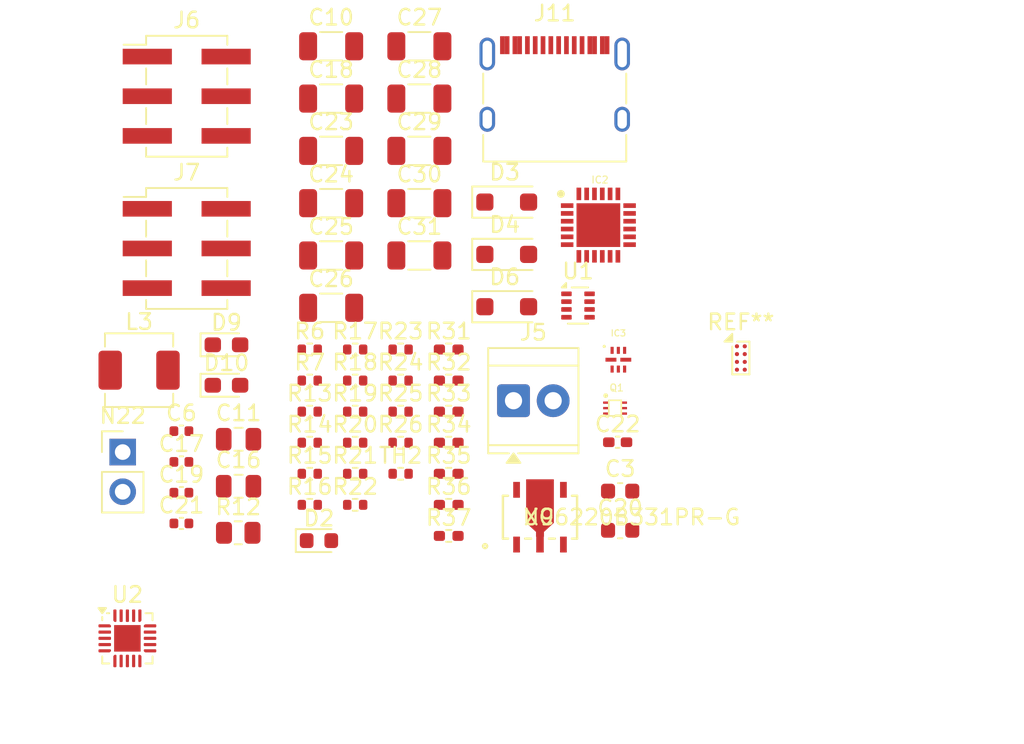
<source format=kicad_pcb>
(kicad_pcb (version 20241229) (generator "pcbnew") (generator_version "9.0")
  (layers (0 "F.Cu" signal) (2 "B.Cu" signal) (13 "F.Paste" user) (15 "B.Paste" user) (5 "F.SilkS" user "F.Silkscreen") (7 "B.SilkS" user "B.Silkscreen") (1 "F.Mask" user) (3 "B.Mask" user) (25 "Edge.Cuts" user))
  (net 0 "")
  (net 1 "Net-(U5-SS)")
  (net 2 "GND")
  (net 3 "/Power/TPS_BOOT")
  (net 4 "/Power/TPS_SW")
  (net 5 "/Power/VBUS")
  (net 6 "+5V")
  (net 7 "/Power/VBUS_SW")
  (net 8 "/Power/IFB")
  (net 9 "/Power/V5V")
  (net 10 "/Power/V18")
  (net 11 "Net-(U10-SS)")
  (net 12 "+3.3V")
  (net 13 "Net-(C28-Pad1)")
  (net 14 "/Power/Logic_Voltage")
  (net 15 "Net-(IC2-DVDT)")
  (net 16 "Net-(D2-A)")
  (net 17 "Net-(D9-A)")
  (net 18 "Net-(IC3-CT)")
  (net 19 "Net-(D10-K)")
  (net 20 "Net-(D10-A)")
  (net 21 "Net-(IC2-~{SHDN})")
  (net 22 "Net-(IC2-ILIM)")
  (net 23 "Net-(IC2-IMON)")
  (net 24 "Net-(IC3-PG)")
  (net 25 "Net-(IC3-ON)")
  (net 26 "Net-(IC2-OVP)")
  (net 33 "Net-(Q1-G1)")
  (net 35 "Net-(IC2-MODE)")
  (net 37 "Net-(IC2-UVLO)")
  (net 44 "VCC")
  (net 45 "/Power/Rail_2")
  (net 46 "/Power/Rail_1")
  (net 47 "/Power/USB_P")
  (net 48 "/Power/CC2")
  (net 49 "/Power/USB_N")
  (net 50 "/Power/CC1")
  (net 51 "SDA 1")
  (net 52 "SCL 1")
  (net 53 "/Power/Measured_VBUS")
  (net 54 "/Power/TPS_FB")
  (net 55 "Net-(U1-ST)")
  (net 56 "/Power/PD_LED")
  (net 57 "Net-(U8-VOUT)")
  (net 58 "Net-(U10-OV2)")
  (net 59 "Net-(U10-OV1)")
  (net 60 "VDD")
  (net 61 "Net-(U10-ILIM)")
  (net 62 "/Power/NTC")
  (net 66 "Net-(U2-GND-Pad21)")
  (footprint "TerminalBlock_TE-Connectivity:TerminalBlock_TE_282834-2_1x02_P2.54mm_Horizontal" (layer "F.Cu") (at 146.64 104.395)
    (property "Reference" "J5" (at 1.27 -4.37 0) (layer "F.SilkS"))
    (property "Value" "Conn_01x02_Pin")
    (pad "1" thru_hole roundrect (at 0 0) (size 2.1 2.1) (drill 1.1) (layers "*.Cu" "*.Mask") (roundrect_rratio 0.119048) (net 2 "GND"))
    (pad "2" thru_hole circle (at 2.54 0) (size 2.1 2.1) (drill 1.1) (layers "*.Cu" "*.Mask") (net 44 "VCC"))
  )
  (footprint "Capacitor_SMD:C_0805_2012Metric" (layer "F.Cu") (at 129.03 106.865)
    (property "Reference" "C11" (at 0 -1.68 0) (layer "F.SilkS"))
    (property "Value" "22u")
    (pad "1" smd roundrect (at -0.95 0) (size 1 1.45) (layers "F.Cu" "F.Mask" "F.Paste") (net 6 "+5V"))
    (pad "2" smd roundrect (at 0.95 0) (size 1 1.45) (layers "F.Cu" "F.Mask" "F.Paste") (net 2 "GND"))
  )
  (footprint "Capacitor_SMD:C_1206_3216Metric" (layer "F.Cu") (at 134.96 95.095)
    (property "Reference" "C25" (at 0 -1.85 0) (layer "F.SilkS"))
    (property "Value" "10uF")
    (pad "1" smd roundrect (at -1.475 0) (size 1.15 1.8) (layers "F.Cu" "F.Mask" "F.Paste") (roundrect_rratio 0.217391) (net 2 "GND"))
    (pad "2" smd roundrect (at 1.475 0) (size 1.15 1.8) (layers "F.Cu" "F.Mask" "F.Paste") (roundrect_rratio 0.217391) (net 6 "+5V"))
  )
  (footprint "Resistor_SMD:R_0402_1005Metric" (layer "F.Cu") (at 133.59 105.095)
    (property "Reference" "R13" (at 0 -1.17 0) (layer "F.SilkS"))
    (property "Value" "10k")
    (pad "1" smd roundrect (at -0.51 0) (size 0.54 0.64) (layers "F.Cu" "F.Mask" "F.Paste") (net 54 "/Power/TPS_FB"))
    (pad "2" smd roundrect (at 0.51 0) (size 0.54 0.64) (layers "F.Cu" "F.Mask" "F.Paste") (net 2 "GND"))
  )
  (footprint "Resistor_SMD:R_0402_1005Metric" (layer "F.Cu") (at 139.41 105.095)
    (property "Reference" "R25" (at 0 -1.17 0) (layer "F.SilkS"))
    (property "Value" "10k")
    (pad "1" smd roundrect (at -0.51 0) (size 0.54 0.64) (layers "F.Cu" "F.Mask" "F.Paste") (net 33 "Net-(Q1-G1)"))
    (pad "2" smd roundrect (at 0.51 0) (size 0.54 0.64) (layers "F.Cu" "F.Mask" "F.Paste") (net 2 "GND"))
  )
  (footprint "Resistor_SMD:R_0402_1005Metric" (layer "F.Cu") (at 136.5 107.085)
    (property "Reference" "R20" (at 0 -1.17 0) (layer "F.SilkS"))
    (property "Value" "27R")
    (pad "1" smd roundrect (at -0.51 0) (size 0.54 0.64) (layers "F.Cu" "F.Mask" "F.Paste") (net 57 "Net-(U8-VOUT)"))
    (pad "2" smd roundrect (at 0.51 0) (size 0.54 0.64) (layers "F.Cu" "F.Mask" "F.Paste") (net 7 "/Power/VBUS_SW"))
  )
  (footprint "Resistor_SMD:R_0402_1005Metric" (layer "F.Cu") (at 139.41 101.115)
    (property "Reference" "R23" (at 0 -1.17 0) (layer "F.SilkS"))
    (property "Value" "10k")
    (pad "1" smd roundrect (at -0.51 0) (size 0.54 0.64) (layers "F.Cu" "F.Mask" "F.Paste") (net 21 "Net-(IC2-~{SHDN})"))
    (pad "2" smd roundrect (at 0.51 0) (size 0.54 0.64) (layers "F.Cu" "F.Mask" "F.Paste") (net 2 "GND"))
  )
  (footprint "Capacitor_SMD:C_1206_3216Metric" (layer "F.Cu") (at 140.61 91.745)
    (property "Reference" "C30" (at 0 -1.85 0) (layer "F.SilkS"))
    (property "Value" "1uF")
    (pad "1" smd roundrect (at -1.475 0) (size 1.15 1.8) (layers "F.Cu" "F.Mask" "F.Paste") (roundrect_rratio 0.217391) (net 2 "GND"))
    (pad "2" smd roundrect (at 1.475 0) (size 1.15 1.8) (layers "F.Cu" "F.Mask" "F.Paste") (roundrect_rratio 0.217391) (net 14 "/Power/Logic_Voltage"))
  )
  (footprint "Resistor_SMD:R_0402_1005Metric" (layer "F.Cu") (at 133.59 109.075)
    (property "Reference" "R15" (at 0 -1.17 0) (layer "F.SilkS"))
    (property "Value" "10k")
    (pad "1" smd roundrect (at -0.51 0) (size 0.54 0.64) (layers "F.Cu" "F.Mask" "F.Paste") (net 55 "Net-(U1-ST)"))
    (pad "2" smd roundrect (at 0.51 0) (size 0.54 0.64) (layers "F.Cu" "F.Mask" "F.Paste") (net 6 "+5V"))
  )
  (footprint "TPS22992S:TPS22992SRXNR" (layer "F.Cu") (at 153.355 101.77)
    (property "Reference" "IC3" (at 0 -1.7 0) (layer "F.SilkS") (effects (font (size 0.4 0.4) (thickness 0.07) (bold yes))))
    (property "Value" "TPS22992SRXNR" (hide yes))
    (pad "1" smd rect (at -0.4 -0.6) (size 0.2 0.45) (layers "F.Cu" "F.Mask" "F.Paste") (net 14 "/Power/Logic_Voltage"))
    (pad "2" smd rect (at -0.475 0 90) (size 0.25 0.7) (layers "F.Cu" "F.Mask" "F.Paste") (net 14 "/Power/Logic_Voltage"))
    (pad "3" smd rect (at -0.4 0.6) (size 0.2 0.45) (layers "F.Cu" "F.Mask" "F.Paste") (net 24 "Net-(IC3-PG)"))
    (pad "4" smd rect (at 0 0.6) (size 0.2 0.45) (layers "F.Cu" "F.Mask" "F.Paste") (net 2 "GND"))
    (pad "5" smd rect (at 0.4 0.6) (size 0.2 0.45) (layers "F.Cu" "F.Mask" "F.Paste") (net 45 "/Power/Rail_2"))
    (pad "6" smd rect (at 0.475 0 90) (size 0.25 0.7) (layers "F.Cu" "F.Mask" "F.Paste") (net 45 "/Power/Rail_2"))
    (pad "7" smd rect (at 0.4 -0.6) (size 0.2 0.45) (layers "F.Cu" "F.Mask" "F.Paste") (net 18 "Net-(IC3-CT)"))
    (pad "8" smd rect (at 0 -0.6) (size 0.2 0.45) (layers "F.Cu" "F.Mask" "F.Paste") (net 25 "Net-(IC3-ON)"))
  )
  (footprint "Resistor_SMD:R_0402_1005Metric" (layer "F.Cu") (at 136.5 103.105)
    (property "Reference" "R18" (at 0 -1.17 0) (layer "F.SilkS"))
    (property "Value" "5.1k")
    (pad "1" smd roundrect (at -0.51 0) (size 0.54 0.64) (layers "F.Cu" "F.Mask" "F.Paste") (net 56 "/Power/PD_LED"))
    (pad "2" smd roundrect (at 0.51 0) (size 0.54 0.64) (layers "F.Cu" "F.Mask" "F.Paste") (net 16 "Net-(D2-A)"))
  )
  (footprint "Package_DFN_QFN:VQFN-20-1EP_3x3mm_P0.4mm_EP1.7x1.7mm" (layer "F.Cu") (at 121.91 119.615)
    (property "Reference" "U2" (at 0 -2.8 0) (layer "F.SilkS"))
    (property "Value" "ATtiny1616-M")
    (pad "1" smd custom (at -1.45 -0.8) (size 0.143431 0.143431) (layers "F.Cu" "F.Mask" "F.Paste") (options (clearance outline) (anchor circle)) (primitives (gr_poly (pts (xy -0.35 -0.05) (xy 0.299289 -0.05) (xy 0.35 0.000711) (xy 0.35 0.05) (xy -0.35 0.05)) (width 0.1) (fill yes))))
    (pad "2" smd roundrect (at -1.45 -0.4) (size 0.8 0.2) (layers "F.Cu" "F.Mask" "F.Paste"))
    (pad "3" smd roundrect (at -1.45 0) (size 0.8 0.2) (layers "F.Cu" "F.Mask" "F.Paste") (net 66 "Net-(U2-GND-Pad21)"))
    (pad "4" smd roundrect (at -1.45 0.4) (size 0.8 0.2) (layers "F.Cu" "F.Mask" "F.Paste"))
    (pad "5" smd custom (at -1.45 0.8) (size 0.143431 0.143431) (layers "F.Cu" "F.Mask" "F.Paste") (options (clearance outline) (anchor circle)) (primitives (gr_poly (pts (xy -0.35 -0.05) (xy 0.35 -0.05) (xy 0.35 -0.000711) (xy 0.299289 0.05) (xy -0.35 0.05)) (width 0.1) (fill yes))))
    (pad "6" smd custom (at -0.8 1.45) (size 0.143431 0.143431) (layers "F.Cu" "F.Mask" "F.Paste") (options (clearance outline) (anchor circle)) (primitives (gr_poly (pts (xy -0.05 -0.299289) (xy 0.000711 -0.35) (xy 0.05 -0.35) (xy 0.05 0.35) (xy -0.05 0.35)) (width 0.1) (fill yes))))
    (pad "7" smd roundrect (at -0.4 1.45) (size 0.2 0.8) (layers "F.Cu" "F.Mask" "F.Paste"))
    (pad "8" smd roundrect (at 0 1.45) (size 0.2 0.8) (layers "F.Cu" "F.Mask" "F.Paste"))
    (pad "9" smd roundrect (at 0.4 1.45) (size 0.2 0.8) (layers "F.Cu" "F.Mask" "F.Paste"))
    (pad "10" smd custom (at 0.8 1.45) (size 0.143431 0.143431) (layers "F.Cu" "F.Mask" "F.Paste") (options (clearance outline) (anchor circle)) (primitives (gr_poly (pts (xy -0.05 -0.35) (xy -0.000711 -0.35) (xy 0.05 -0.299289) (xy 0.05 0.35) (xy -0.05 0.35)) (width 0.1) (fill yes))))
    (pad "11" smd custom (at 1.45 0.8) (size 0.143431 0.143431) (layers "F.Cu" "F.Mask" "F.Paste") (options (clearance outline) (anchor circle)) (primitives (gr_poly (pts (xy -0.35 -0.05) (xy 0.35 -0.05) (xy 0.35 0.05) (xy -0.299289 0.05) (xy -0.35 -0.000711)) (width 0.1) (fill yes))))
    (pad "12" smd roundrect (at 1.45 0.4) (size 0.8 0.2) (layers "F.Cu" "F.Mask" "F.Paste"))
    (pad "13" smd roundrect (at 1.45 0) (size 0.8 0.2) (layers "F.Cu" "F.Mask" "F.Paste"))
    (pad "14" smd roundrect (at 1.45 -0.4) (size 0.8 0.2) (layers "F.Cu" "F.Mask" "F.Paste"))
    (pad "15" smd custom (at 1.45 -0.8) (size 0.143431 0.143431) (layers "F.Cu" "F.Mask" "F.Paste") (options (clearance outline) (anchor circle)) (primitives (gr_poly (pts (xy -0.35 0.000711) (xy -0.299289 -0.05) (xy 0.35 -0.05) (xy 0.35 0.05) (xy -0.35 0.05)) (width 0.1) (fill yes))))
    (pad "16" smd custom (at 0.8 -1.45) (size 0.143431 0.143431) (layers "F.Cu" "F.Mask" "F.Paste") (options (clearance outline) (anchor circle)) (primitives (gr_poly (pts (xy -0.05 -0.35) (xy 0.05 -0.35) (xy 0.05 0.299289) (xy -0.000711 0.35) (xy -0.05 0.35)) (width 0.1) (fill yes))))
    (pad "17" smd roundrect (at 0.4 -1.45) (size 0.2 0.8) (layers "F.Cu" "F.Mask" "F.Paste"))
    (pad "18" smd roundrect (at 0 -1.45) (size 0.2 0.8) (layers "F.Cu" "F.Mask" "F.Paste"))
    (pad "19" smd roundrect (at -0.4 -1.45) (size 0.2 0.8) (layers "F.Cu" "F.Mask" "F.Paste"))
    (pad "20" smd custom (at -0.8 -1.45) (size 0.143431 0.143431) (layers "F.Cu" "F.Mask" "F.Paste") (options (clearance outline) (anchor circle)) (primitives (gr_poly (pts (xy -0.05 -0.35) (xy 0.05 -0.35) (xy 0.05 0.35) (xy 0.000711 0.35) (xy -0.05 0.299289)) (width 0.1) (fill yes))))
    (pad "21" smd rect (at 0 0) (size 1.7 1.7) (property pad_prop_heatsink) (layers "F.Cu" "F.Mask") (net 66 "Net-(U2-GND-Pad21)"))
  )
  (footprint "Resistor_SMD:R_0402_1005Metric" (layer "F.Cu") (at 136.5 101.115)
    (property "Reference" "R17" (at 0 -1.17 0) (layer "F.SilkS"))
    (property "Value" "150k")
    (pad "1" smd roundrect (at -0.51 0) (size 0.54 0.64) (layers "F.Cu" "F.Mask" "F.Paste") (net 26 "Net-(IC2-OVP)"))
    (pad "2" smd roundrect (at 0.51 0) (size 0.54 0.64) (layers "F.Cu" "F.Mask" "F.Paste") (net 37 "Net-(IC2-UVLO)"))
  )
  (footprint "Connector_USB:USB_C_Receptacle_XKB_U262-16XN-4BVC11" (layer "F.Cu") (at 149.28 85.295)
    (property "Reference" "J11" (at 0 -5.715 0) (layer "F.SilkS"))
    (property "Value" "USB_C_Receptacle_USB2.0_14P")
    (pad "" np_thru_hole circle (at -2.89 -2.605) (size 0.65 0.65) (drill 0.65) (layers "*.Cu" "*.Mask"))
    (pad "" np_thru_hole circle (at 2.89 -2.605) (size 0.65 0.65) (drill 0.65) (layers "*.Cu" "*.Mask"))
    (pad "A1" smd rect (at -3.35 -3.67) (size 0.3 1.15) (layers "F.Cu" "F.Mask" "F.Paste") (net 2 "GND"))
    (pad "A4" smd rect (at -2.55 -3.67) (size 0.3 1.15) (layers "F.Cu" "F.Mask" "F.Paste") (net 5 "/Power/VBUS"))
    (pad "A5" smd rect (at -1.25 -3.67) (size 0.3 1.15) (layers "F.Cu" "F.Mask" "F.Paste") (net 50 "/Power/CC1"))
    (pad "A6" smd rect (at -0.25 -3.67) (size 0.3 1.15) (layers "F.Cu" "F.Mask" "F.Paste") (net 47 "/Power/USB_P"))
    (pad "A7" smd rect (at 0.25 -3.67) (size 0.3 1.15) (layers "F.Cu" "F.Mask" "F.Paste") (net 49 "/Power/USB_N"))
    (pad "A8" smd rect (at 1.25 -3.67) (size 0.3 1.15) (layers "F.Cu" "F.Mask" "F.Paste"))
    (pad "A9" smd rect (at 2.55 -3.67) (size 0.3 1.15) (layers "F.Cu" "F.Mask" "F.Paste") (net 5 "/Power/VBUS"))
    (pad "A12" smd rect (at 3.35 -3.67) (size 0.3 1.15) (layers "F.Cu" "F.Mask" "F.Paste") (net 2 "GND"))
    (pad "B1" smd rect (at 3.05 -3.67) (size 0.3 1.15) (layers "F.Cu" "F.Mask" "F.Paste") (net 2 "GND"))
    (pad "B4" smd rect (at 2.25 -3.67) (size 0.3 1.15) (layers "F.Cu" "F.Mask" "F.Paste") (net 5 "/Power/VBUS"))
    (pad "B5" smd rect (at 1.75 -3.67) (size 0.3 1.15) (layers "F.Cu" "F.Mask" "F.Paste") (net 48 "/Power/CC2"))
    (pad "B6" smd rect (at 0.75 -3.67) (size 0.3 1.15) (layers "F.Cu" "F.Mask" "F.Paste") (net 47 "/Power/USB_P"))
    (pad "B7" smd rect (at -0.75 -3.67) (size 0.3 1.15) (layers "F.Cu" "F.Mask" "F.Paste") (net 49 "/Power/USB_N"))
    (pad "B8" smd rect (at -1.75 -3.67) (size 0.3 1.15) (layers "F.Cu" "F.Mask" "F.Paste"))
    (pad "B9" smd rect (at -2.25 -3.67) (size 0.3 1.15) (layers "F.Cu" "F.Mask" "F.Paste") (net 5 "/Power/VBUS"))
    (pad "B12" smd rect (at -3.05 -3.67) (size 0.3 1.15) (layers "F.Cu" "F.Mask" "F.Paste") (net 2 "GND"))
    (pad "S1" thru_hole oval (at -4.32 -3.105) (size 1 2.1) (drill oval 0.6 1.7) (property pad_prop_heatsink) (layers "*.Cu" "*.Mask") (net 2 "GND"))
    (pad "S1" thru_hole oval (at -4.32 1.075) (size 1 1.6) (drill oval 0.6 1.2) (property pad_prop_heatsink) (layers "*.Cu" "*.Mask") (net 2 "GND"))
    (pad "S1" thru_hole oval (at 4.32 -3.105) (size 1 2.1) (drill oval 0.6 1.7) (property pad_prop_heatsink) (layers "*.Cu" "*.Mask") (net 2 "GND"))
    (pad "S1" thru_hole oval (at 4.32 1.075) (size 1 1.6) (drill oval 0.6 1.2) (property pad_prop_heatsink) (layers "*.Cu" "*.Mask") (net 2 "GND"))
  )
  (footprint "Resistor_SMD:R_0402_1005Metric" (layer "F.Cu") (at 139.41 109.075)
    (property "Reference" "TH2" (at 0 -1.17 0) (layer "F.SilkS"))
    (property "Value" "Thermistor_NTC")
    (pad "1" smd roundrect (at -0.51 0) (size 0.54 0.64) (layers "F.Cu" "F.Mask" "F.Paste") (net 62 "/Power/NTC"))
    (pad "2" smd roundrect (at 0.51 0) (size 0.54 0.64) (layers "F.Cu" "F.Mask" "F.Paste") (net 2 "GND"))
  )
  (footprint "LED_SMD:LED_0603_1608Metric" (layer "F.Cu") (at 134.18 113.355)
    (property "Reference" "D2" (at 0 -1.43 0) (layer "F.SilkS"))
    (property "Value" "RED")
    (pad "1" smd roundrect (at -0.7875 0) (size 0.875 0.95) (layers "F.Cu" "F.Mask" "F.Paste") (net 2 "GND"))
    (pad "2" smd roundrect (at 0.7875 0) (size 0.875 0.95) (layers "F.Cu" "F.Mask" "F.Paste") (net 16 "Net-(D2-A)"))
  )
  (footprint "Capacitor_SMD:C_1206_3216Metric" (layer "F.Cu") (at 140.61 88.395)
    (property "Reference" "C29" (at 0 -1.85 0) (layer "F.SilkS"))
    (property "Value" "1nF")
    (pad "1" smd roundrect (at -1.475 0) (size 1.15 1.8) (layers "F.Cu" "F.Mask" "F.Paste") (roundrect_rratio 0.217391) (net 18 "Net-(IC3-CT)"))
    (pad "2" smd roundrect (at 1.475 0) (size 1.15 1.8) (layers "F.Cu" "F.Mask" "F.Paste") (roundrect_rratio 0.217391) (net 2 "GND"))
  )
  (footprint "Resistor_SMD:R_0402_1005Metric_Pad0.72x0.64mm_HandSolder" (layer "F.Cu") (at 142.49 103.105)
    (property "Reference" "R32" (at 0 -1.17 0) (layer "F.SilkS"))
    (property "Value" "13.7kΩ")
    (pad "1" smd roundrect (at -0.5975 0) (size 0.715 0.64) (layers "F.Cu" "F.Mask" "F.Paste") (net 58 "Net-(U10-OV2)"))
    (pad "2" smd roundrect (at 0.5975 0) (size 0.715 0.64) (layers "F.Cu" "F.Mask" "F.Paste") (net 14 "/Power/Logic_Voltage"))
  )
  (footprint "Capacitor_SMD:C_1206_3216Metric" (layer "F.Cu") (at 134.96 81.695)
    (property "Reference" "C10" (at 0 -1.85 0) (layer "F.SilkS"))
    (property "Value" "10u")
    (pad "1" smd roundrect (at -1.475 0) (size 1.15 1.8) (layers "F.Cu" "F.Mask" "F.Paste") (roundrect_rratio 0.217391) (net 5 "/Power/VBUS"))
    (pad "2" smd roundrect (at 1.475 0) (size 1.15 1.8) (layers "F.Cu" "F.Mask" "F.Paste") (roundrect_rratio 0.217391) (net 2 "GND"))
  )
  (footprint "Resistor_SMD:R_0402_1005Metric_Pad0.72x0.64mm_HandSolder" (layer "F.Cu") (at 142.49 111.065)
    (property "Reference" "R36" (at 0 -1.17 0) (layer "F.SilkS"))
    (property "Value" "31.6 kΩ")
    (pad "1" smd roundrect (at -0.5975 0) (size 0.715 0.64) (layers "F.Cu" "F.Mask" "F.Paste") (net 61 "Net-(U10-ILIM)"))
    (pad "2" smd roundrect (at 0.5975 0) (size 0.715 0.64) (layers "F.Cu" "F.Mask" "F.Paste") (net 2 "GND"))
  )
  (footprint "Diode_SMD:D_SOD-123F" (layer "F.Cu") (at 146.205 98.375)
    (property "Reference" "D6" (at -0.127 -1.905 0) (layer "F.SilkS"))
    (property "Value" "PMEG6020ER")
    (pad "1" smd roundrect (at -1.4 0) (size 1.1 1.1) (layers "F.Cu" "F.Mask" "F.Paste") (roundrect_rratio 0.2272727273) (net 45 "/Power/Rail_2"))
    (pad "2" smd roundrect (at 1.4 0) (size 1.1 1.1) (layers "F.Cu" "F.Mask" "F.Paste") (roundrect_rratio 0.2272727273) (net 2 "GND"))
  )
  (footprint "Resistor_SMD:R_0402_1005Metric_Pad0.72x0.64mm_HandSolder" (layer "F.Cu") (at 142.49 109.075)
    (property "Reference" "R35" (at 0 -1.17 0) (layer "F.SilkS"))
    (property "Value" "100kΩ")
    (pad "1" smd roundrect (at -0.5975 0) (size 0.715 0.64) (layers "F.Cu" "F.Mask" "F.Paste") (net 59 "Net-(U10-OV1)"))
    (pad "2" smd roundrect (at 0.5975 0) (size 0.715 0.64) (layers "F.Cu" "F.Mask" "F.Paste") (net 60 "VDD"))
  )
  (footprint "Resistor_SMD:R_0402_1005Metric_Pad0.72x0.64mm_HandSolder" (layer "F.Cu") (at 142.49 107.085)
    (property "Reference" "R34" (at 0 -1.17 0) (layer "F.SilkS"))
    (property "Value" "5kΩ")
    (pad "1" smd roundrect (at -0.5975 0) (size 0.715 0.64) (layers "F.Cu" "F.Mask" "F.Paste") (net 2 "GND"))
    (pad "2" smd roundrect (at 0.5975 0) (size 0.715 0.64) (layers "F.Cu" "F.Mask" "F.Paste") (net 59 "Net-(U10-OV1)"))
  )
  (footprint "Capacitor_SMD:C_0603_1608Metric" (layer "F.Cu") (at 153.47 112.695)
    (property "Reference" "C20" (at 0 -1.43 0) (layer "F.SilkS"))
    (property "Value" "1u")
    (pad "1" smd roundrect (at -0.775 0) (size 0.9 0.95) (layers "F.Cu" "F.Mask" "F.Paste") (net 9 "/Power/V5V"))
    (pad "2" smd roundrect (at 0.775 0) (size 0.9 0.95) (layers "F.Cu" "F.Mask" "F.Paste") (net 2 "GND"))
  )
  (footprint "Capacitor_SMD:C_0402_1005Metric" (layer "F.Cu") (at 125.37 110.285)
    (property "Reference" "C19" (at 0 -1.16 0) (layer "F.SilkS"))
    (property "Value" "100nF")
    (pad "1" smd roundrect (at -0.48 0) (size 0.56 0.62) (layers "F.Cu" "F.Mask" "F.Paste") (net 8 "/Power/IFB"))
    (pad "2" smd roundrect (at 0.48 0) (size 0.56 0.62) (layers "F.Cu" "F.Mask" "F.Paste") (net 2 "GND"))
  )
  (footprint "TPS16630:QFN50P400X400X100-25N" (layer "F.Cu") (at 152.075 93.15)
    (property "Reference" "IC2" (at 0.1 -2.9 0) (layer "F.SilkS") (effects (font (size 0.45 0.45) (thickness 0.07) (bold yes))))
    (property "Value" "TPS16630RGER" (hide yes))
    (pad "1" smd rect (at -2 -1.25 90) (size 0.3 0.8) (layers "F.Cu" "F.Mask" "F.Paste") (net 7 "/Power/VBUS_SW"))
    (pad "2" smd rect (at -2 -0.75 90) (size 0.3 0.8) (layers "F.Cu" "F.Mask" "F.Paste") (net 7 "/Power/VBUS_SW"))
    (pad "3" smd rect (at -2 -0.25 90) (size 0.3 0.8) (layers "F.Cu" "F.Mask" "F.Paste"))
    (pad "4" smd rect (at -2 0.25 90) (size 0.3 0.8) (layers "F.Cu" "F.Mask" "F.Paste"))
    (pad "5" smd rect (at -2 0.75 90) (size 0.3 0.8) (layers "F.Cu" "F.Mask" "F.Paste") (net 7 "/Power/VBUS_SW"))
    (pad "6" smd rect (at -2 1.25 90) (size 0.3 0.8) (layers "F.Cu" "F.Mask" "F.Paste") (net 37 "Net-(IC2-UVLO)"))
    (pad "7" smd rect (at -1.25 2) (size 0.3 0.8) (layers "F.Cu" "F.Mask" "F.Paste") (net 26 "Net-(IC2-OVP)"))
    (pad "8" smd rect (at -0.75 2) (size 0.3 0.8) (layers "F.Cu" "F.Mask" "F.Paste") (net 13 "Net-(C28-Pad1)"))
    (pad "9" smd rect (at -0.25 2) (size 0.3 0.8) (layers "F.Cu" "F.Mask" "F.Paste") (net 15 "Net-(IC2-DVDT)"))
    (pad "10" smd rect (at 0.25 2) (size 0.3 0.8) (layers "F.Cu" "F.Mask" "F.Paste") (net 22 "Net-(IC2-ILIM)"))
    (pad "11" smd rect (at 0.75 2) (size 0.3 0.8) (layers "F.Cu" "F.Mask" "F.Paste") (net 35 "Net-(IC2-MODE)"))
    (pad "12" smd rect (at 1.25 2) (size 0.3 0.8) (layers "F.Cu" "F.Mask" "F.Paste") (net 21 "Net-(IC2-~{SHDN})"))
    (pad "13" smd rect (at 2 1.25 90) (size 0.3 0.8) (layers "F.Cu" "F.Mask" "F.Paste") (net 23 "Net-(IC2-IMON)"))
    (pad "14" smd rect (at 2 0.75 90) (size 0.3 0.8) (layers "F.Cu" "F.Mask" "F.Paste"))
    (pad "15" smd rect (at 2 0.25 90) (size 0.3 0.8) (layers "F.Cu" "F.Mask" "F.Paste"))
    (pad "16" smd rect (at 2 -0.25 90) (size 0.3 0.8) (layers "F.Cu" "F.Mask" "F.Paste"))
    (pad "17" smd rect (at 2 -0.75 90) (size 0.3 0.8) (layers "F.Cu" "F.Mask" "F.Paste") (net 45 "/Power/Rail_2"))
    (pad "18" smd rect (at 2 -1.25 90) (size 0.3 0.8) (layers "F.Cu" "F.Mask" "F.Paste") (net 45 "/Power/Rail_2"))
    (pad "19" smd rect (at 1.25 -2) (size 0.3 0.8) (layers "F.Cu" "F.Mask" "F.Paste"))
    (pad "20" smd rect (at 0.75 -2) (size 0.3 0.8) (layers "F.Cu" "F.Mask" "F.Paste"))
    (pad "21" smd rect (at 0.25 -2) (size 0.3 0.8) (layers "F.Cu" "F.Mask" "F.Paste"))
    (pad "22" smd rect (at -0.25 -2) (size 0.3 0.8) (layers "F.Cu" "F.Mask" "F.Paste"))
    (pad "23" smd rect (at -0.75 -2) (size 0.3 0.8) (layers "F.Cu" "F.Mask" "F.Paste"))
    (pad "24" smd rect (at -1.25 -2) (size 0.3 0.8) (layers "F.Cu" "F.Mask" "F.Paste"))
    (pad "25" smd rect (at 0 0) (size 2.8 2.8) (layers "F.Cu" "F.Mask" "F.Paste") (net 13 "Net-(C28-Pad1)"))
  )
  (footprint "Capacitor_SMD:C_1206_3216Metric" (layer "F.Cu") (at 134.96 88.395)
    (property "Reference" "C23" (at 0 -1.85 0) (layer "F.SilkS"))
    (property "Value" "10uF")
    (pad "1" smd roundrect (at -1.475 0) (size 1.15 1.8) (layers "F.Cu" "F.Mask" "F.Paste") (roundrect_rratio 0.217391) (net 6 "+5V"))
    (pad "2" smd roundrect (at 1.475 0) (size 1.15 1.8) (layers "F.Cu" "F.Mask" "F.Paste") (roundrect_rratio 0.217391) (net 2 "GND"))
  )
  (footprint "Capacitor_SMD:C_0805_2012Metric" (layer "F.Cu") (at 129.03 109.875)
    (property "Reference" "C16" (at 0 -1.68 0) (layer "F.SilkS"))
    (property "Value" "22u")
    (pad "1" smd roundrect (at -0.95 0) (size 1 1.45) (layers "F.Cu" "F.Mask" "F.Paste") (net 6 "+5V"))
    (pad "2" smd roundrect (at 0.95 0) (size 1 1.45) (layers "F.Cu" "F.Mask" "F.Paste") (net 2 "GND"))
  )
  (footprint "DMC2990UDJ:SOTFL35P100X50-6N" (layer "F.Cu") (at 153.145 104.87)
    (property "Reference" "Q1" (at 0.1 -1.3 180) (layer "F.SilkS") (effects (font (size 0.45 0.45) (thickness 0.07))))
    (property "Value" "DMC2990UDJ-7" (hide yes))
    (pad "1" smd rect (at -0.582 -0.35 90) (size 0.15 0.365) (layers "F.Cu" "F.Mask" "F.Paste") (net 2 "GND"))
    (pad "2" smd rect (at -0.582 0 90) (size 0.15 0.365) (layers "F.Cu" "F.Mask" "F.Paste") (net 33 "Net-(Q1-G1)"))
    (pad "3" smd rect (at -0.582 0.35 90) (size 0.15 0.365) (layers "F.Cu" "F.Mask" "F.Paste"))
    (pad "4" smd rect (at 0.582 0.35 90) (size 0.15 0.365) (layers "F.Cu" "F.Mask" "F.Paste"))
    (pad "5" smd rect (at 0.582 0 90) (size 0.15 0.365) (layers "F.Cu" "F.Mask" "F.Paste"))
    (pad "6" smd rect (at 0.582 -0.35 90) (size 0.15 0.365) (layers "F.Cu" "F.Mask" "F.Paste") (net 19 "Net-(D10-K)"))
  )
  (footprint "Resistor_SMD:R_0402_1005Metric" (layer "F.Cu") (at 139.41 107.085)
    (property "Reference" "R26" (at 0 -1.17 0) (layer "F.SilkS"))
    (property "Value" "10k")
    (pad "1" smd roundrect (at -0.51 0) (size 0.54 0.64) (layers "F.Cu" "F.Mask" "F.Paste") (net 45 "/Power/Rail_2"))
    (pad "2" smd roundrect (at 0.51 0) (size 0.54 0.64) (layers "F.Cu" "F.Mask" "F.Paste") (net 24 "Net-(IC3-PG)"))
  )
  (footprint "Resistor_SMD:R_0402_1005Metric" (layer "F.Cu") (at 133.59 103.105)
    (property "Reference" "R7" (at 0 -1.17 0) (layer "F.SilkS"))
    (property "Value" "5.1k")
    (pad "1" smd roundrect (at -0.51 0) (size 0.54 0.64) (layers "F.Cu" "F.Mask" "F.Paste") (net 50 "/Power/CC1"))
    (pad "2" smd roundrect (at 0.51 0) (size 0.54 0.64) (layers "F.Cu" "F.Mask" "F.Paste") (net 2 "GND"))
  )
  (footprint "Capacitor_SMD:C_0402_1005Metric" (layer "F.Cu") (at 125.37 106.345)
    (property "Reference" "C6" (at 0 -1.16 0) (layer "F.SilkS"))
    (property "Value" "100nF")
    (pad "1" smd roundrect (at -0.48 0) (size 0.56 0.62) (layers "F.Cu" "F.Mask" "F.Paste") (net 3 "/Power/TPS_BOOT"))
    (pad "2" smd roundrect (at 0.48 0) (size 0.56 0.62) (layers "F.Cu" "F.Mask" "F.Paste") (net 4 "/Power/TPS_SW"))
  )
  (footprint "Capacitor_SMD:C_1206_3216Metric" (layer "F.Cu") (at 134.96 98.445)
    (property "Reference" "C26" (at 0 -1.85 0) (layer "F.SilkS"))
    (property "Value" "100uF")
    (pad "1" smd roundrect (at -1.475 0) (size 1.15 1.8) (layers "F.Cu" "F.Mask" "F.Paste") (roundrect_rratio 0.217391) (net 2 "GND"))
    (pad "2" smd roundrect (at 1.475 0) (size 1.15 1.8) (layers "F.Cu" "F.Mask" "F.Paste") (roundrect_rratio 0.217391) (net 14 "/Power/Logic_Voltage"))
  )
  (footprint "Capacitor_SMD:C_0402_1005Metric" (layer "F.Cu") (at 125.37 112.255)
    (property "Reference" "C21" (at 0 -1.16 0) (layer "F.SilkS"))
    (property "Value" "100nF")
    (pad "1" smd roundrect (at -0.48 0) (size 0.56 0.62) (layers "F.Cu" "F.Mask" "F.Paste") (net 10 "/Power/V18"))
    (pad "2" smd roundrect (at 0.48 0) (size 0.56 0.62) (layers "F.Cu" "F.Mask" "F.Paste") (net 2 "GND"))
  )
  (footprint "Capacitor_SMD:C_1206_3216Metric" (layer "F.Cu") (at 140.61 85.045)
    (property "Reference" "C28" (at 0 -1.85 0) (layer "F.SilkS"))
    (property "Value" "10uF")
    (pad "1" smd roundrect (at -1.475 0) (size 1.15 1.8) (layers "F.Cu" "F.Mask" "F.Paste") (roundrect_rratio 0.217391) (net 13 "Net-(C28-Pad1)"))
    (pad "2" smd roundrect (at 1.475 0) (size 1.15 1.8) (layers "F.Cu" "F.Mask" "F.Paste") (roundrect_rratio 0.217391) (net 15 "Net-(IC2-DVDT)"))
  )
  (footprint "Resistor_SMD:R_0402_1005Metric" (layer "F.Cu") (at 136.5 105.095)
    (property "Reference" "R19" (at 0 -1.17 0) (layer "F.SilkS"))
    (property "Value" "20k")
    (pad "1" smd roundrect (at -0.51 0) (size 0.54 0.64) (layers "F.Cu" "F.Mask" "F.Paste") (net 35 "Net-(IC2-MODE)"))
    (pad "2" smd roundrect (at 0.51 0) (size 0.54 0.64) (layers "F.Cu" "F.Mask" "F.Paste") (net 26 "Net-(IC2-OVP)"))
  )
  (footprint "Capacitor_SMD:C_1206_3216Metric" (layer "F.Cu") (at 134.96 91.745)
    (property "Reference" "C24" (at 0 -1.85 0) (layer "F.SilkS"))
    (property "Value" "10uF")
    (pad "1" smd roundrect (at -1.475 0) (size 1.15 1.8) (layers "F.Cu" "F.Mask" "F.Paste") (roundrect_rratio 0.217391) (net 12 "+3.3V"))
    (pad "2" smd roundrect (at 1.475 0) (size 1.15 1.8) (layers "F.Cu" "F.Mask" "F.Paste") (roundrect_rratio 0.217391) (net 2 "GND"))
  )
  (footprint "Resistor_SMD:R_0402_1005Metric" (layer "F.Cu") (at 133.59 101.115)
    (property "Reference" "R6" (at 0 -1.17 0) (layer "F.SilkS"))
    (property "Value" "5.1k")
    (pad "1" smd roundrect (at -0.51 0) (size 0.54 0.64) (layers "F.Cu" "F.Mask" "F.Paste") (net 48 "/Power/CC2"))
    (pad "2" smd roundrect (at 0.51 0) (size 0.54 0.64) (layers "F.Cu" "F.Mask" "F.Paste") (net 2 "GND"))
  )
  (footprint "Capacitor_SMD:C_0402_1005Metric" (layer "F.Cu") (at 125.37 108.315)
    (property "Reference" "C17" (at 0 -1.16 0) (layer "F.SilkS"))
    (property "Value" "100nF")
    (pad "1" smd roundrect (at -0.48 0) (size 0.56 0.62) (layers "F.Cu" "F.Mask" "F.Paste") (net 6 "+5V"))
    (pad "2" smd roundrect (at 0.48 0) (size 0.56 0.62) (layers "F.Cu" "F.Mask" "F.Paste") (net 2 "GND"))
  )
  (footprint "LED_SMD:LED_0603_1608Metric_Pad1.05x0.95mm_HandSolder" (layer "F.Cu") (at 128.255 100.815)
    (property "Reference" "D9" (at 0 -1.43 0) (layer "F.SilkS"))
    (property "Value" "Green Power LED")
    (pad "1" smd roundrect (at -0.875 0) (size 1.05 0.95) (layers "F.Cu" "F.Mask" "F.Paste") (net 2 "GND"))
    (pad "2" smd roundrect (at 0.875 0) (size 1.05 0.95) (layers "F.Cu" "F.Mask" "F.Paste") (net 17 "Net-(D9-A)"))
  )
  (footprint "Connector_PinHeader_2.54mm:PinHeader_1x02_P2.54mm_Vertical" (layer "F.Cu") (at 121.61 107.685)
    (property "Reference" "N22" (at 0 -2.33 0) (layer "F.SilkS"))
    (property "Value" "Conn_01x02_Pin")
    (pad "1" thru_hole rect (at 0 0) (size 1.7 1.7) (drill 1) (layers "*.Cu" "*.Mask") (net 51 "SDA 1"))
    (pad "2" thru_hole oval (at 0 2.54) (size 1.7 1.7) (drill 1) (layers "*.Cu" "*.Mask") (net 52 "SCL 1"))
  )
  (footprint "Capacitor_SMD:C_1206_3216Metric" (layer "F.Cu") (at 134.96 85.045)
    (property "Reference" "C18" (at 0 -1.85 0) (layer "F.SilkS"))
    (property "Value" "10u")
    (pad "1" smd roundrect (at -1.475 0) (size 1.15 1.8) (layers "F.Cu" "F.Mask" "F.Paste") (roundrect_rratio 0.217391) (net 7 "/Power/VBUS_SW"))
    (pad "2" smd roundrect (at 1.475 0) (size 1.15 1.8) (layers "F.Cu" "F.Mask" "F.Paste") (roundrect_rratio 0.217391) (net 2 "GND"))
  )
  (footprint "Resistor_SMD:R_0402_1005Metric_Pad0.72x0.64mm_HandSolder" (layer "F.Cu") (at 142.49 113.055)
    (property "Reference" "R37" (at 0 -1.17 0) (layer "F.SilkS"))
    (property "Value" "470Ω")
    (pad "1" smd roundrect (at -0.5975 0) (size 0.715 0.64) (layers "F.Cu" "F.Mask" "F.Paste") (net 20 "Net-(D10-A)"))
    (pad "2" smd roundrect (at 0.5975 0) (size 0.715 0.64) (layers "F.Cu" "F.Mask" "F.Paste") (net 2 "GND"))
  )
  (footprint "Resistor_SMD:R_0402_1005Metric" (layer "F.Cu") (at 136.5 111.065)
    (property "Reference" "R22" (at 0 -1.17 0) (layer "F.SilkS"))
    (property "Value" "22k")
    (pad "1" smd roundrect (at -0.51 0) (size 0.54 0.64) (layers "F.Cu" "F.Mask" "F.Paste") (net 23 "Net-(IC2-IMON)"))
    (pad "2" smd roundrect (at 0.51 0) (size 0.54 0.64) (layers "F.Cu" "F.Mask" "F.Paste") (net 13 "Net-(C28-Pad1)"))
  )
  (footprint "Resistor_SMD:R_0402_1005Metric" (layer "F.Cu") (at 136.5 109.075)
    (property "Reference" "R21" (at 0 -1.17 0) (layer "F.SilkS"))
    (property "Value" "3.3k")
    (pad "1" smd roundrect (at -0.51 0) (size 0.54 0.64) (layers "F.Cu" "F.Mask" "F.Paste") (net 22 "Net-(IC2-ILIM)"))
    (pad "2" smd roundrect (at 0.51 0) (size 0.54 0.64) (layers "F.Cu" "F.Mask" "F.Paste") (net 13 "Net-(C28-Pad1)"))
  )
  (footprint "LED_SMD:LED_0603_1608Metric_Pad1.05x0.95mm_HandSolder" (layer "F.Cu") (at 128.255 103.405)
    (property "Reference" "D10" (at 0 -1.43 0) (layer "F.SilkS"))
    (property "Value" "Green Power LED")
    (pad "1" smd roundrect (at -0.875 0) (size 1.05 0.95) (layers "F.Cu" "F.Mask" "F.Paste") (net 19 "Net-(D10-K)"))
    (pad "2" smd roundrect (at 0.875 0) (size 1.05 0.95) (layers "F.Cu" "F.Mask" "F.Paste") (net 20 "Net-(D10-A)"))
  )
  (footprint "Resistor_SMD:R_0805_2012Metric" (layer "F.Cu") (at 129.01 112.855)
    (property "Reference" "R12" (at 0 -1.65 0) (layer "F.SilkS"))
    (property "Value" "5m")
    (pad "1" smd roundrect (at -0.9125 0) (size 1.025 1.4) (layers "F.Cu" "F.Mask" "F.Paste") (roundrect_rratio 0.243902) (net 5 "/Power/VBUS"))
    (pad "2" smd roundrect (at 0.9125 0) (size 1.025 1.4) (layers "F.Cu" "F.Mask" "F.Paste") (roundrect_rratio 0.243902) (net 53 "/Power/Measured_VBUS"))
  )
  (footprint "Inductor_SMD:L_Changjiang_FXL0420" (layer "F.Cu") (at 122.66 102.44)
    (property "Reference" "L3" (at 0 -3.1 0) (layer "F.SilkS"))
    (property "Value" "3.3u")
    (pad "1" smd roundrect (at -1.85 0) (size 1.5 2.5) (layers "F.Cu" "F.Mask" "F.Paste") (roundrect_rratio 0.166667) (net 4 "/Power/TPS_SW"))
    (pad "2" smd roundrect (at 1.85 0) (size 1.5 2.5) (layers "F.Cu" "F.Mask" "F.Paste") (roundrect_rratio 0.166667) (net 6 "+5V"))
  )
  (footprint "XC6:SOT-89-5_TOR" (layer "F.Cu") (at 148.3361 111.8557)
    (property "Reference" "U9" (at -0.0962 0 0) (layer "F.SilkS"))
    (property "Value" "XC6220B331PR-G" (at 5.8912 0 0) (layer "F.SilkS"))
    (pad "1" smd rect (at -1.5 1.7526) (size 0.4318 1.016) (layers "F.Cu" "F.Mask" "F.Paste") (net 6 "+5V"))
    (pad "2" smd custom (at 0 1.7526) (size 0.4826 1.016) (layers "F.Cu" "F.Mask" "F.Paste") (net 2 "GND") (options (clearance outline) (anchor rect)) (primitives (gr_poly (pts (xy -0.2413 -0.508) (xy -0.2413 -0.8128) (xy -0.8763 -1.397) (xy -0.8763 -4.1656) (xy -0.2413 -4.1656) (xy 0.2413 -4.1656) (xy 0.8763 -4.1656) (xy 0.8763 -1.397) (xy 0.2413 -0.8128) (xy 0.2413 -0.508)) (width 0.0254) (fill yes))))
    (pad "3" smd rect (at 1.5 1.7526) (size 0.4318 1.016) (layers "F.Cu" "F.Mask" "F.Paste"))
    (pad "4" smd rect (at 1.5 -1.7526) (size 0.4318 1.016) (layers "F.Cu" "F.Mask" "F.Paste") (net 6 "+5V"))
    (pad "5" smd rect (at -1.5 -1.7526) (size 0.4318 1.016) (layers "F.Cu" "F.Mask" "F.Paste") (net 12 "+3.3V"))
  )
  (footprint "Resistor_SMD:R_0402_1005Metric" (layer "F.Cu") (at 133.59 111.065)
    (property "Reference" "R16" (at 0 -1.17 0) (layer "F.SilkS"))
    (property "Value" "330k")
    (pad "1" smd roundrect (at -0.51 0) (size 0.54 0.64) (layers "F.Cu" "F.Mask" "F.Paste") (net 37 "Net-(IC2-UVLO)"))
    (pad "2" smd roundrect (at 0.51 0) (size 0.54 0.64) (layers "F.Cu" "F.Mask" "F.Paste") (net 7 "/Power/VBUS_SW"))
  )
  (footprint "Connector_PinHeader_2.54mm:PinHeader_2x03_P2.54mm_Vertical_SMD" (layer "F.Cu") (at 125.71 84.895)
    (property "Reference" "J6" (at 0 -4.87 0) (layer "F.SilkS"))
    (property "Value" "Conn_02x02_Counter_Clockwise")
    (pad "1" smd rect (at -2.525 -2.54) (size 3.15 1) (layers "F.Cu" "F.Mask" "F.Paste") (net 2 "GND"))
    (pad "2" smd rect (at 2.525 -2.54) (size 3.15 1) (layers "F.Cu" "F.Mask" "F.Paste") (net 45 "/Power/Rail_2"))
    (pad "3" smd rect (at -2.525 0) (size 3.15 1) (layers "F.Cu" "F.Mask" "F.Paste") (net 2 "GND"))
    (pad "4" smd rect (at 2.525 0) (size 3.15 1) (layers "F.Cu" "F.Mask" "F.Paste") (net 45 "/Power/Rail_2"))
    (pad "5" smd rect (at -2.525 2.54) (size 3.15 1) (layers "F.Cu" "F.Mask" "F.Paste") (net 2 "GND"))
    (pad "6" smd rect (at 2.525 2.54) (size 3.15 1) (layers "F.Cu" "F.Mask" "F.Paste") (net 45 "/Power/Rail_2"))
  )
  (footprint "Resistor_SMD:R_0402_1005Metric_Pad0.72x0.64mm_HandSolder" (layer "F.Cu") (at 142.49 105.095)
    (property "Reference" "R33" (at 0 -1.17 0) (layer "F.SilkS"))
    (property "Value" "5kΩ")
    (pad "1" smd roundrect (at -0.5975 0) (size 0.715 0.64) (layers "F.Cu" "F.Mask" "F.Paste") (net 2 "GND"))
    (pad "2" smd roundrect (at 0.5975 0) (size 0.715 0.64) (layers "F.Cu" "F.Mask" "F.Paste") (net 58 "Net-(U10-OV2)"))
  )
  (footprint "Package_BGA:Texas_DSBGA-8_0.9x1.9mm_Layout2x4_P0.5mm" (layer "F.Cu") (at 161.2 101.66)
    (property "Reference" "REF**" (at 0 -2.3 0) (layer "F.SilkS"))
    (property "Value" "Texas_DSBGA-8_0.9x1.9mm_Layout2x4_P0.5mm")
    (pad "A1" smd circle (at -0.25 -0.75) (size 0.265 0.265) (property pad_prop_bga) (layers "F.Cu" "F.Mask"))
    (pad "A2" smd circle (at 0.25 -0.75) (size 0.265 0.265) (property pad_prop_bga) (layers "F.Cu" "F.Mask"))
    (pad "B1" smd circle (at -0.25 -0.25) (size 0.265 0.265) (property pad_prop_bga) (layers "F.Cu" "F.Mask"))
    (pad "B2" smd circle (at 0.25 -0.25) (size 0.265 0.265) (property pad_prop_bga) (layers "F.Cu" "F.Mask"))
    (pad "C1" smd circle (at -0.25 0.25) (size 0.265 0.265) (property pad_prop_bga) (layers "F.Cu" "F.Mask"))
    (pad "C2" smd circle (at 0.25 0.25) (size 0.265 0.265) (property pad_prop_bga) (layers "F.Cu" "F.Mask"))
    (pad "D1" smd circle (at -0.25 0.75) (size 0.265 0.265) (property pad_prop_bga) (layers "F.Cu" "F.Mask"))
    (pad "D2" smd circle (at 0.25 0.75) (size 0.265 0.265) (property pad_prop_bga) (layers "F.Cu" "F.Mask"))
  )
  (footprint "Resistor_SMD:R_0402_1005Metric_Pad0.72x0.64mm_HandSolder" (layer "F.Cu") (at 142.49 101.115)
    (property "Reference" "R31" (at 0 -1.17 0) (layer "F.SilkS"))
    (property "Value" "360Ω")
    (pad "1" smd roundrect (at -0.5975 0) (size 0.715 0.64) (layers "F.Cu" "F.Mask" "F.Paste") (net 17 "Net-(D9-A)"))
    (pad "2" smd roundrect (at 0.5975 0) (size 0.715 0.64) (layers "F.Cu" "F.Mask" "F.Paste") (net 6 "+5V"))
  )
  (footprint "Capacitor_SMD:C_1206_3216Metric" (layer "F.Cu") (at 140.61 81.695)
    (property "Reference" "C27" (at 0 -1.85 0) (layer "F.SilkS"))
    (property "Value" "100uF")
    (pad "1" smd roundrect (at -1.475 0) (size 1.15 1.8) (layers "F.Cu" "F.Mask" "F.Paste") (roundrect_rratio 0.217391) (net 45 "/Power/Rail_2"))
    (pad "2" smd roundrect (at 1.475 0) (size 1.15 1.8) (layers "F.Cu" "F.Mask" "F.Paste") (roundrect_rratio 0.217391) (net 2 "GND"))
  )
  (footprint "Capacitor_SMD:C_1206_3216Metric" (layer "F.Cu") (at 140.61 95.095)
    (property "Reference" "C31" (at 0 -1.85 0) (layer "F.SilkS"))
    (property "Value" "1uF")
    (pad "1" smd roundrect (at -1.475 0) (size 1.15 1.8) (layers "F.Cu" "F.Mask" "F.Paste") (roundrect_rratio 0.217391) (net 7 "/Power/VBUS_SW"))
    (pad "2" smd roundrect (at 1.475 0) (size 1.15 1.8) (layers "F.Cu" "F.Mask" "F.Paste") (roundrect_rratio 0.217391) (net 2 "GND"))
  )
  (footprint "Resistor_SMD:R_0402_1005Metric" (layer "F.Cu") (at 139.41 103.105)
    (property "Reference" "R24" (at 0 -1.17 0) (layer "F.SilkS"))
    (property "Value" "10k")
    (pad "1" smd roundrect (at -0.51 0) (size 0.54 0.64) (layers "F.Cu" "F.Mask" "F.Paste") (net 25 "Net-(IC3-ON)"))
    (pad "2" smd roundrect (at 0.51 0) (size 0.54 0.64) (layers "F.Cu" "F.Mask" "F.Paste") (net 2 "GND"))
  )
  (footprint "Connector_PinHeader_2.54mm:PinHeader_2x03_P2.54mm_Vertical_SMD" (layer "F.Cu") (at 125.71 94.645)
    (property "Reference" "J7" (at 0 -4.87 0) (layer "F.SilkS"))
    (property "Value" "Conn_02x02_Counter_Clockwise")
    (pad "1" smd rect (at -2.525 -2.54) (size 3.15 1) (layers "F.Cu" "F.Mask" "F.Paste") (net 2 "GND"))
    (pad "2" smd rect (at 2.525 -2.54) (size 3.15 1) (layers "F.Cu" "F.Mask" "F.Paste") (net 46 "/Power/Rail_1"))
    (pad "3" smd rect (at -2.525 0) (size 3.15 1) (layers "F.Cu" "F.Mask" "F.Paste") (net 2 "GND"))
    (pad "4" smd rect (at 2.525 0) (size 3.15 1) (layers "F.Cu" "F.Mask" "F.Paste") (net 46 "/Power/Rail_1"))
    (pad "5" smd rect (at -2.525 2.54) (size 3.15 1) (layers "F.Cu" "F.Mask" "F.Paste") (net 2 "GND"))
    (pad "6" smd rect (at 2.525 2.54) (size 3.15 1) (layers "F.Cu" "F.Mask" "F.Paste") (net 46 "/Power/Rail_1"))
  )
  (footprint "Resistor_SMD:R_0402_1005Metric" (layer "F.Cu") (at 133.59 107.085)
    (property "Reference" "R14" (at 0 -1.17 0) (layer "F.SilkS"))
    (property "Value" "52.3k")
    (pad "1" smd roundrect (at -0.51 0) (size 0.54 0.64) (layers "F.Cu" "F.Mask" "F.Paste") (net 6 "+5V"))
    (pad "2" smd roundrect (at 0.51 0) (size 0.54 0.64) (layers "F.Cu" "F.Mask" "F.Paste") (net 54 "/Power/TPS_FB"))
  )
  (footprint "Capacitor_SMD:C_0402_1005Metric_Pad0.74x0.62mm_HandSolder" (layer "F.Cu") (at 153.31 107.055)
    (property "Reference" "C22" (at 0 -1.16 0) (layer "F.SilkS"))
    (property "Value" "1uF")
    (pad "1" smd roundrect (at -0.5675 0) (size 0.735 0.62) (layers "F.Cu" "F.Mask" "F.Paste") (net 2 "GND"))
    (pad "2" smd roundrect (at 0.5675 0) (size 0.735 0.62) (layers "F.Cu" "F.Mask" "F.Paste") (net 11 "Net-(U10-SS)"))
  )
  (footprint "Capacitor_SMD:C_0603_1608Metric" (layer "F.Cu") (at 153.47 110.185)
    (property "Reference" "C3" (at 0 -1.43 0) (layer "F.SilkS"))
    (property "Value" "33n")
    (pad "1" smd roundrect (at -0.775 0) (size 0.9 0.95) (layers "F.Cu" "F.Mask" "F.Paste") (net 1 "Net-(U5-SS)"))
    (pad "2" smd roundrect (at 0.775 0) (size 0.9 0.95) (layers "F.Cu" "F.Mask" "F.Paste") (net 2 "GND"))
  )
  (footprint "Diode_SMD:D_SOD-123F" (layer "F.Cu") (at 146.205 95.025)
    (property "Reference" "D4" (at -0.127 -1.905 0) (layer "F.SilkS"))
    (property "Value" "PMEG6020ER")
    (pad "1" smd roundrect (at -1.4 0) (size 1.1 1.1) (layers "F.Cu" "F.Mask" "F.Paste") (roundrect_rratio 0.2272727273) (net 45 "/Power/Rail_2"))
    (pad "2" smd roundrect (at 1.4 0) (size 1.1 1.1) (layers "F.Cu" "F.Mask" "F.Paste") (roundrect_rratio 0.2272727273) (net 2 "GND"))
  )
  (footprint "Diode_SMD:D_SOD-123F" (layer "F.Cu") (at 146.205 91.675)
    (property "Reference" "D3" (at -0.127 -1.905 0) (layer "F.SilkS"))
    (property "Value" "PMEG6020ER")
    (pad "1" smd roundrect (at -1.4 0) (size 1.1 1.1) (layers "F.Cu" "F.Mask" "F.Paste") (roundrect_rratio 0.2272727273) (net 7 "/Power/VBUS_SW"))
    (pad "2" smd roundrect (at 1.4 0) (size 1.1 1.1) (layers "F.Cu" "F.Mask" "F.Paste") (roundrect_rratio 0.2272727273) (net 2 "GND"))
  )
  (footprint "Package_TO_SOT_SMD:SOT-583-8" (layer "F.Cu") (at 150.77 98.3)
    (property "Reference" "U1" (at 0 -2.2 0) (layer "F.SilkS"))
    (property "Value" "TPS2117DRL")
    (pad "1" smd roundrect (at -0.74 -0.75) (size 0.67 0.3) (layers "F.Cu" "F.Mask" "F.Paste") (roundrect_rratio 0.1666666667) (net 2 "GND"))
    (pad "2" smd roundrect (at -0.74 -0.25) (size 0.67 0.3) (layers "F.Cu" "F.Mask" "F.Paste") (roundrect_rratio 0.1666666667) (net 14 "/Power/Logic_Voltage"))
    (pad "3" smd roundrect (at -0.74 0.25) (size 0.67 0.3) (layers "F.Cu" "F.Mask" "F.Paste") (roundrect_rratio 0.1666666667) (net 6 "+5V"))
    (pad "4" smd roundrect (at -0.74 0.75) (size 0.67 0.3) (layers "F.Cu" "F.Mask" "F.Paste") (roundrect_rratio 0.1666666667))
    (pad "5" smd roundrect (at 0.74 0.75) (size 0.67 0.3) (layers "F.Cu" "F.Mask" "F.Paste") (roundrect_rratio 0.1666666667) (net 12 "+3.3V"))
    (pad "6" smd roundrect (at 0.74 0.25) (size 0.67 0.3) (layers "F.Cu" "F.Mask" "F.Paste") (roundrect_rratio 0.1666666667) (net 12 "+3.3V"))
    (pad "7" smd roundrect (at 0.74 -0.25) (size 0.67 0.3) (layers "F.Cu" "F.Mask" "F.Paste") (roundrect_rratio 0.1666666667) (net 14 "/Power/Logic_Voltage"))
    (pad "8" smd roundrect (at 0.74 -0.75) (size 0.67 0.3) (layers "F.Cu" "F.Mask" "F.Paste") (roundrect_rratio 0.1666666667) (net 55 "Net-(U1-ST)"))
  )
)
</source>
